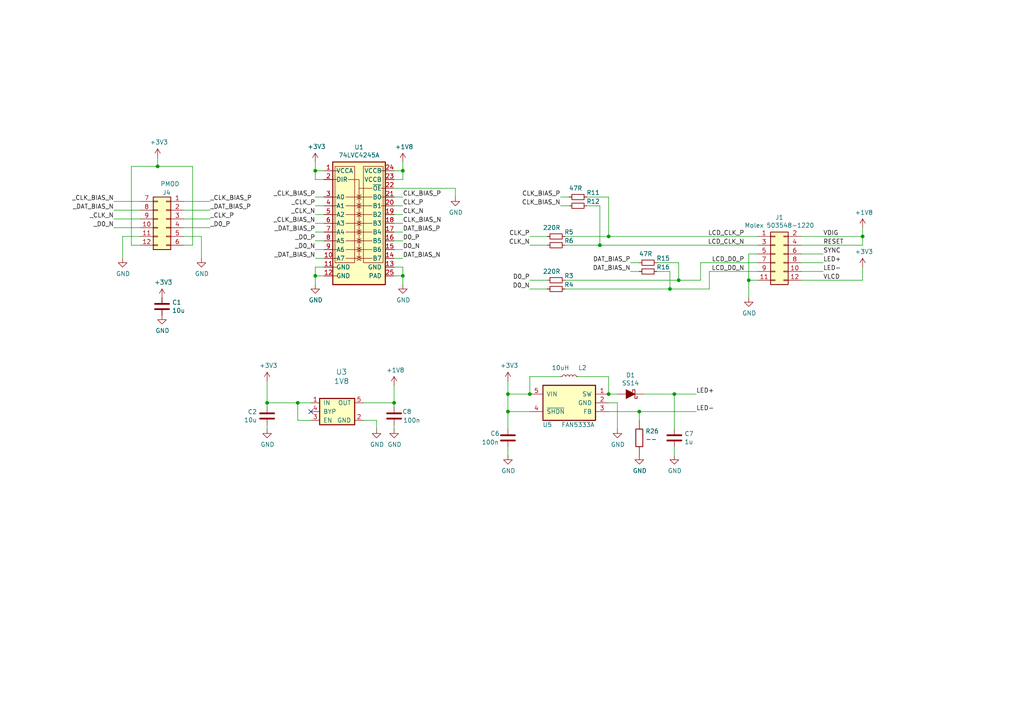
<source format=kicad_sch>
(kicad_sch (version 20230121) (generator eeschema)
  (paper "A4")
  (title_block (title "iCEBreaker PMOD - MIPI iPod 6 display") (date "2018-11-11") (rev "V1.0a") (company "GsD") (comment 1 "2018 (C) Greg Davill<greg.davill@gmail.com>") (comment 3 "License: CC-BY-SA 4.0"))
  (lib_symbols
    (symbol "Connector_Generic:Conn_02x06_Top_Bottom" (pin_names (offset 1.016) hide)
      (property "Reference" "J" (at 1.27 7.62 0))
      (property "Value" "Conn_02x06_Top_Bottom" (at 1.27 -10.16 0))
      (symbol "Conn_02x06_Top_Bottom_1_1"
        (rectangle (start -1.27 -7.493) (end 0 -7.747) (stroke (width 0.1524)))
        (rectangle (start -1.27 -4.953) (end 0 -5.207) (stroke (width 0.1524)))
        (rectangle (start -1.27 -2.413) (end 0 -2.667) (stroke (width 0.1524)))
        (rectangle (start -1.27 0.127) (end 0 -0.127) (stroke (width 0.1524)))
        (rectangle (start -1.27 2.667) (end 0 2.413) (stroke (width 0.1524)))
        (rectangle (start -1.27 5.207) (end 0 4.953) (stroke (width 0.1524)))
        (rectangle (start -1.27 6.35) (end 3.81 -8.89) (stroke (width 0.254)) (fill (type background)))
        (rectangle (start 3.81 -7.493) (end 2.54 -7.747) (stroke (width 0.1524)))
        (rectangle (start 3.81 -4.953) (end 2.54 -5.207) (stroke (width 0.1524)))
        (rectangle (start 3.81 -2.413) (end 2.54 -2.667) (stroke (width 0.1524)))
        (rectangle (start 3.81 0.127) (end 2.54 -0.127) (stroke (width 0.1524)))
        (rectangle (start 3.81 2.667) (end 2.54 2.413) (stroke (width 0.1524)))
        (rectangle (start 3.81 5.207) (end 2.54 4.953) (stroke (width 0.1524)))
        (pin passive line (at -5.08 5.08 0) (length 3.81) (name "Pin_1") (number "1"))
        (pin passive line (at 7.62 -2.54 180) (length 3.81) (name "Pin_10") (number "10"))
        (pin passive line (at 7.62 -5.08 180) (length 3.81) (name "Pin_11") (number "11"))
        (pin passive line (at 7.62 -7.62 180) (length 3.81) (name "Pin_12") (number "12"))
        (pin passive line (at -5.08 2.54 0) (length 3.81) (name "Pin_2") (number "2"))
        (pin passive line (at -5.08 0 0) (length 3.81) (name "Pin_3") (number "3"))
        (pin passive line (at -5.08 -2.54 0) (length 3.81) (name "Pin_4") (number "4"))
        (pin passive line (at -5.08 -5.08 0) (length 3.81) (name "Pin_5") (number "5"))
        (pin passive line (at -5.08 -7.62 0) (length 3.81) (name "Pin_6") (number "6"))
        (pin passive line (at 7.62 5.08 180) (length 3.81) (name "Pin_7") (number "7"))
        (pin passive line (at 7.62 2.54 180) (length 3.81) (name "Pin_8") (number "8"))
        (pin passive line (at 7.62 0 180) (length 3.81) (name "Pin_9") (number "9"))
      )
    )
    (symbol "mipi-ip7-display-rescue:+1V8-power" (power) (pin_names (offset 0))
      (property "Value" "+1V8-power" (at 0 3.556 0))
      (symbol "+1V8-power_0_1"
        (polyline (pts (xy -0.762 1.27) (xy 0 2.54)))
        (polyline (pts (xy 0 0) (xy 0 2.54)))
        (polyline (pts (xy 0 2.54) (xy 0.762 1.27)))
      )
      (symbol "+1V8-power_1_1"
        (pin power_in line (at 0 0 90) (length 0) hide (name "+1V8") (number "1"))
      )
    )
    (symbol "mipi-ip7-display-rescue:+3V3-power" (power) (pin_names (offset 0))
      (property "Value" "+3V3-power" (at 0 3.556 0))
      (symbol "+3V3-power_0_1"
        (polyline (pts (xy -0.762 1.27) (xy 0 2.54)))
        (polyline (pts (xy 0 0) (xy 0 2.54)))
        (polyline (pts (xy 0 2.54) (xy 0.762 1.27)))
      )
      (symbol "+3V3-power_1_1"
        (pin power_in line (at 0 0 90) (length 0) hide (name "+3V3") (number "1"))
      )
    )
    (symbol "mipi-ip7-display-rescue:74LVC4245A-pkl_misc" (pin_names (offset 1.016))
      (property "Reference" "U" (at 0 12.7 0))
      (property "Value" "pkl_misc:74LVC4245A" (at 0 10.16 0))
      (symbol "74LVC4245A-pkl_misc_0_1"
        (polyline (pts (xy -7.62 -24.13) (xy -6.35 -24.13)))
        (polyline (pts (xy -7.62 -21.59) (xy -6.35 -21.59)))
        (polyline (pts (xy -7.62 -13.97) (xy -6.35 -13.97)))
        (polyline (pts (xy -7.62 -11.43) (xy -6.35 -11.43)))
        (polyline (pts (xy -7.62 -8.89) (xy -6.35 -8.89)))
        (polyline (pts (xy -7.62 -6.35) (xy -6.35 -6.35)))
        (polyline (pts (xy -7.62 3.81) (xy -6.35 3.81)))
        (polyline (pts (xy -3.81 -1.27) (xy -0.635 -1.27)))
        (polyline (pts (xy 0 -1.27) (xy 0 -19.05)))
        (polyline (pts (xy 3.81 1.27) (xy 0 1.27)))
        (polyline (pts (xy 7.62 1.27) (xy 6.35 1.27)))
        (polyline (pts (xy -3.175 3.81) (xy 0 3.81) (xy 0 -1.27)))
      )
      (symbol "74LVC4245A-pkl_misc_1_1"
        (rectangle (start -7.62 8.89) (end 7.62 -26.67) (stroke (width 0.3302)) (fill (type background)))
        (rectangle (start -6.985 7.62) (end -1.27 -20.32))
        (polyline (pts (xy -7.62 -16.51) (xy -6.35 -16.51)))
        (polyline (pts (xy -7.62 -3.81) (xy -6.35 -3.81)))
        (polyline (pts (xy -7.62 -1.27) (xy -6.35 -1.27)))
        (polyline (pts (xy -7.62 6.35) (xy -6.35 6.35)))
        (polyline (pts (xy -6.35 -19.05) (xy -7.62 -19.05)))
        (polyline (pts (xy -0.635 -19.05) (xy -3.81 -19.05)))
        (polyline (pts (xy -0.635 -16.51) (xy -3.81 -16.51)))
        (polyline (pts (xy -0.635 -13.97) (xy -3.81 -13.97)))
        (polyline (pts (xy -0.635 -11.43) (xy -3.81 -11.43)))
        (polyline (pts (xy -0.635 -8.89) (xy -3.81 -8.89)))
        (polyline (pts (xy -0.635 -6.35) (xy -3.81 -6.35)))
        (polyline (pts (xy -0.635 -3.81) (xy -3.81 -3.81)))
        (polyline (pts (xy 0.635 -19.05) (xy 3.81 -19.05)))
        (polyline (pts (xy 0.635 -16.51) (xy 3.81 -16.51)))
        (polyline (pts (xy 0.635 -13.97) (xy 3.81 -13.97)))
        (polyline (pts (xy 0.635 -11.43) (xy 3.81 -11.43)))
        (polyline (pts (xy 0.635 -8.89) (xy 3.81 -8.89)))
        (polyline (pts (xy 0.635 -6.35) (xy 3.81 -6.35)))
        (polyline (pts (xy 0.635 -3.81) (xy 3.81 -3.81)))
        (polyline (pts (xy 0.635 -1.27) (xy 3.81 -1.27)))
        (polyline (pts (xy 7.62 -3.81) (xy 6.35 -3.81)))
        (polyline (pts (xy 7.62 -1.27) (xy 6.35 -1.27)))
        (polyline (pts (xy 7.62 6.35) (xy 6.35 6.35)))
        (polyline (pts (xy -0.635 -18.415) (xy 0.635 -19.05) (xy -0.635 -19.685)))
        (polyline (pts (xy -0.635 -15.875) (xy 0.635 -16.51) (xy -0.635 -17.145)))
        (polyline (pts (xy -0.635 -13.335) (xy 0.635 -13.97) (xy -0.635 -14.605)))
        (polyline (pts (xy -0.635 -10.795) (xy 0.635 -11.43) (xy -0.635 -12.065)))
        (polyline (pts (xy -0.635 -8.255) (xy 0.635 -8.89) (xy -0.635 -9.525)))
        (polyline (pts (xy -0.635 -5.715) (xy 0.635 -6.35) (xy -0.635 -6.985)))
        (polyline (pts (xy -0.635 -3.175) (xy 0.635 -3.81) (xy -0.635 -4.445)))
        (polyline (pts (xy -0.635 -0.635) (xy 0.635 -1.27) (xy -0.635 -1.905)))
        (polyline (pts (xy 0.635 -18.415) (xy -0.635 -19.05) (xy 0.635 -19.685)))
        (polyline (pts (xy 0.635 -15.875) (xy -0.635 -16.51) (xy 0.635 -17.145)))
        (polyline (pts (xy 0.635 -13.335) (xy -0.635 -13.97) (xy 0.635 -14.605)))
        (polyline (pts (xy 0.635 -10.795) (xy -0.635 -11.43) (xy 0.635 -12.065)))
        (polyline (pts (xy 0.635 -8.255) (xy -0.635 -8.89) (xy 0.635 -9.525)))
        (polyline (pts (xy 0.635 -5.715) (xy -0.635 -6.35) (xy 0.635 -6.985)))
        (polyline (pts (xy 0.635 -3.175) (xy -0.635 -3.81) (xy 0.635 -4.445)))
        (polyline (pts (xy 0.635 -0.635) (xy -0.635 -1.27) (xy 0.635 -1.905)))
        (rectangle (start 1.27 -20.32) (end 6.985 7.62))
        (pin passive line (at -10.16 6.35 0) (length 2.54) (name "VCCA") (number "1"))
        (pin passive line (at -10.16 -19.05 0) (length 2.54) (name "A7") (number "10"))
        (pin passive line (at -10.16 -21.59 0) (length 2.54) (name "GND") (number "11"))
        (pin passive line (at -10.16 -24.13 0) (length 2.54) (name "GND") (number "12"))
        (pin passive line (at 10.16 -21.59 180) (length 2.54) (name "GND") (number "13"))
        (pin passive line (at 10.16 -19.05 180) (length 2.54) (name "B7") (number "14"))
        (pin passive line (at 10.16 -16.51 180) (length 2.54) (name "B6") (number "15"))
        (pin passive line (at 10.16 -13.97 180) (length 2.54) (name "B5") (number "16"))
        (pin passive line (at 10.16 -11.43 180) (length 2.54) (name "B4") (number "17"))
        (pin passive line (at 10.16 -8.89 180) (length 2.54) (name "B3") (number "18"))
        (pin passive line (at 10.16 -6.35 180) (length 2.54) (name "B2") (number "19"))
        (pin passive line (at -10.16 3.81 0) (length 2.54) (name "DIR") (number "2"))
        (pin passive line (at 10.16 -3.81 180) (length 2.54) (name "B1") (number "20"))
        (pin passive line (at 10.16 -1.27 180) (length 2.54) (name "B0") (number "21"))
        (pin passive line (at 10.16 1.27 180) (length 2.54) (name "~{OE}") (number "22"))
        (pin passive line (at 10.16 3.81 180) (length 2.54) (name "VCCB") (number "23"))
        (pin passive line (at 10.16 6.35 180) (length 2.54) (name "VCCB") (number "24"))
        (pin passive line (at 10.16 -24.13 180) (length 2.54) (name "PAD") (number "25"))
        (pin passive line (at -10.16 -1.27 0) (length 2.54) (name "A0") (number "3"))
        (pin passive line (at -10.16 -3.81 0) (length 2.54) (name "A1") (number "4"))
        (pin passive line (at -10.16 -6.35 0) (length 2.54) (name "A2") (number "5"))
        (pin passive line (at -10.16 -8.89 0) (length 2.54) (name "A3") (number "6"))
        (pin passive line (at -10.16 -11.43 0) (length 2.54) (name "A4") (number "7"))
        (pin passive line (at -10.16 -13.97 0) (length 2.54) (name "A5") (number "8"))
        (pin passive line (at -10.16 -16.51 0) (length 2.54) (name "A6") (number "9"))
      )
    )
    (symbol "mipi-ip7-display-rescue:Conn_02x06_Odd_Even-conn" (pin_names (offset 1.016) hide)
      (property "Reference" "J" (at 1.27 7.62 0))
      (property "Value" "conn:Conn_02x06_Odd_Even" (at 1.27 -10.16 0))
      (symbol "Conn_02x06_Odd_Even-conn_1_1"
        (rectangle (start -1.27 -7.493) (end 0 -7.747) (stroke (width 0.1524)))
        (rectangle (start -1.27 -4.953) (end 0 -5.207) (stroke (width 0.1524)))
        (rectangle (start -1.27 -2.413) (end 0 -2.667) (stroke (width 0.1524)))
        (rectangle (start -1.27 0.127) (end 0 -0.127) (stroke (width 0.1524)))
        (rectangle (start -1.27 2.667) (end 0 2.413) (stroke (width 0.1524)))
        (rectangle (start -1.27 5.207) (end 0 4.953) (stroke (width 0.1524)))
        (rectangle (start -1.27 6.35) (end 3.81 -8.89) (stroke (width 0.254)) (fill (type background)))
        (rectangle (start 3.81 -7.493) (end 2.54 -7.747) (stroke (width 0.1524)))
        (rectangle (start 3.81 -4.953) (end 2.54 -5.207) (stroke (width 0.1524)))
        (rectangle (start 3.81 -2.413) (end 2.54 -2.667) (stroke (width 0.1524)))
        (rectangle (start 3.81 0.127) (end 2.54 -0.127) (stroke (width 0.1524)))
        (rectangle (start 3.81 2.667) (end 2.54 2.413) (stroke (width 0.1524)))
        (rectangle (start 3.81 5.207) (end 2.54 4.953) (stroke (width 0.1524)))
        (pin passive line (at -5.08 5.08 0) (length 3.81) (name "Pin_1") (number "1"))
        (pin passive line (at 7.62 -5.08 180) (length 3.81) (name "Pin_10") (number "10"))
        (pin passive line (at -5.08 -7.62 0) (length 3.81) (name "Pin_11") (number "11"))
        (pin passive line (at 7.62 -7.62 180) (length 3.81) (name "Pin_12") (number "12"))
        (pin passive line (at 7.62 5.08 180) (length 3.81) (name "Pin_2") (number "2"))
        (pin passive line (at -5.08 2.54 0) (length 3.81) (name "Pin_3") (number "3"))
        (pin passive line (at 7.62 2.54 180) (length 3.81) (name "Pin_4") (number "4"))
        (pin passive line (at -5.08 0 0) (length 3.81) (name "Pin_5") (number "5"))
        (pin passive line (at 7.62 0 180) (length 3.81) (name "Pin_6") (number "6"))
        (pin passive line (at -5.08 -2.54 0) (length 3.81) (name "Pin_7") (number "7"))
        (pin passive line (at 7.62 -2.54 180) (length 3.81) (name "Pin_8") (number "8"))
        (pin passive line (at -5.08 -5.08 0) (length 3.81) (name "Pin_9") (number "9"))
      )
    )
    (symbol "mipi-ip7-display-rescue:D_Schottky_ALT-device" (pin_numbers hide) (pin_names (offset 1.016) hide)
      (property "Reference" "D" (at 0 2.54 0))
      (property "Value" "device:D_Schottky_ALT" (at 0 -2.54 0))
      (symbol "D_Schottky_ALT-device_0_1"
        (polyline (pts (xy 1.27 0) (xy -1.27 0)))
        (polyline (pts (xy 1.27 1.27) (xy 1.27 -1.27) (xy -1.27 0) (xy 1.27 1.27)) (stroke (width 0.2032)) (fill (type outline)))
        (polyline (pts (xy -1.905 0.635) (xy -1.905 1.27) (xy -1.27 1.27) (xy -1.27 -1.27) (xy -0.635 -1.27) (xy -0.635 -0.635)) (stroke (width 0.2032)))
      )
      (symbol "D_Schottky_ALT-device_1_1"
        (pin passive line (at -3.81 0 0) (length 2.54) (name "K") (number "1"))
        (pin passive line (at 3.81 0 180) (length 2.54) (name "A") (number "2"))
      )
    )
    (symbol "mipi-ip7-display-rescue:FAN5333A-pkl_device" (pin_names (offset 1.016))
      (property "Reference" "U" (at 0 8.89 0))
      (property "Value" "pkl_device:FAN5333A" (at 0 6.35 0))
      (symbol "FAN5333A-pkl_device_0_1"
        (rectangle (start -7.62 5.08) (end 7.62 -5.08) (stroke (width 0.3302)) (fill (type background)))
      )
      (symbol "FAN5333A-pkl_device_1_1"
        (pin input line (at -11.43 2.54 0) (length 3.81) (name "SW") (number "1"))
        (pin input line (at -11.43 0 0) (length 3.81) (name "GND") (number "2"))
        (pin input line (at -11.43 -2.54 0) (length 3.81) (name "FB") (number "3"))
        (pin input line (at 11.43 -2.54 180) (length 3.81) (name "~{SHDN}") (number "4"))
        (pin input line (at 11.43 2.54 180) (length 3.81) (name "VIN") (number "5"))
      )
    )
    (symbol "mipi-ip7-display-rescue:GND-power" (power) (pin_names (offset 0))
      (property "Value" "GND-power" (at 0 -3.81 0))
      (symbol "GND-power_0_1"
        (polyline (pts (xy 0 0) (xy 0 -1.27) (xy 1.27 -1.27) (xy 0 -2.54) (xy -1.27 -1.27) (xy 0 -1.27)))
      )
      (symbol "GND-power_1_1"
        (pin power_in line (at 0 0 270) (length 0) hide (name "GND") (number "1"))
      )
    )
    (symbol "mipi-ip7-display-rescue:pkl_C-pkl_device" (pin_numbers hide) (pin_names (offset 0.254))
      (property "Reference" "C" (at 0.635 2.54 0))
      (property "Value" "pkl_device:pkl_C" (at 0.635 -2.54 0))
      (symbol "pkl_C-pkl_device_0_1"
        (polyline (pts (xy -2.032 -0.762) (xy 2.032 -0.762)) (stroke (width 0.508)))
        (polyline (pts (xy -2.032 0.762) (xy 2.032 0.762)) (stroke (width 0.508)))
      )
      (symbol "pkl_C-pkl_device_1_1"
        (pin passive line (at 0 2.54 270) (length 1.524) (name "~") (number "1"))
        (pin passive line (at 0 -2.54 90) (length 1.524) (name "~") (number "2"))
      )
    )
    (symbol "mipi-ip7-display-rescue:pkl_L_Small-pkl_device" (pin_numbers hide) (pin_names (offset 0) hide)
      (property "Reference" "L" (at 1.524 1.27 0))
      (property "Value" "pkl_device:pkl_L_Small" (at 1.524 -1.27 0))
      (symbol "pkl_L_Small-pkl_device_0_1"
        (arc (start 0 -2.032) (mid 0.5058 -1.524) (end 0 -1.016))
        (arc (start 0 -1.016) (mid 0.5058 -0.508) (end 0 0))
        (arc (start 0 0) (mid 0.5058 0.508) (end 0 1.016))
        (arc (start 0 1.016) (mid 0.5058 1.524) (end 0 2.032))
      )
      (symbol "pkl_L_Small-pkl_device_1_1"
        (pin input line (at 0 -2.54 90) (length 0.508) (name "1") (number "1"))
        (pin input line (at 0 2.54 270) (length 0.508) (name "2") (number "2"))
      )
    )
    (symbol "mipi-ip7-display-rescue:pkl_R-pkl_device" (pin_numbers hide) (pin_names (offset 0))
      (property "Reference" "R" (at 2.032 0 90))
      (property "Value" "pkl_device:pkl_R" (at 0 0 90))
      (symbol "pkl_R-pkl_device_0_1"
        (rectangle (start -1.016 -2.54) (end 1.016 2.54) (stroke (width 0.254)))
      )
      (symbol "pkl_R-pkl_device_1_1"
        (pin passive line (at 0 5.08 270) (length 2.54) (name "~") (number "1"))
        (pin passive line (at 0 -5.08 90) (length 2.54) (name "~") (number "2"))
      )
    )
    (symbol "mipi-ip7-display-rescue:pkl_R_Small-pkl_device" (pin_numbers hide) (pin_names (offset 0.254) hide)
      (property "Reference" "R" (at 0.762 0.508 0))
      (property "Value" "pkl_device:pkl_R_Small" (at 0.762 -1.016 0))
      (symbol "pkl_R_Small-pkl_device_0_1"
        (rectangle (start -0.762 1.778) (end 0.762 -1.778) (stroke (width 0.2032)))
      )
      (symbol "pkl_R_Small-pkl_device_1_1"
        (pin passive line (at 0 2.54 270) (length 0.762) (name "~") (number "1"))
        (pin passive line (at 0 -2.54 90) (length 0.762) (name "~") (number "2"))
      )
    )
    (symbol "mipi-ip7-display-rescue:pkl_VREG_5PIN_FIXED-pkl_device" (pin_names (offset 1.016))
      (property "Reference" "U" (at -3.81 -5.08 0))
      (property "Value" "pkl_device:pkl_VREG_5PIN_FIXED" (at 0 5.08 0))
      (symbol "pkl_VREG_5PIN_FIXED-pkl_device_0_1"
        (rectangle (start -5.08 3.81) (end 5.08 -3.81) (stroke (width 0.3302)) (fill (type background)))
      )
      (symbol "pkl_VREG_5PIN_FIXED-pkl_device_1_1"
        (pin power_in line (at -7.62 2.54 0) (length 2.54) (name "IN") (number "1"))
        (pin power_in line (at 7.62 -2.54 180) (length 2.54) (name "GND") (number "2"))
        (pin input line (at -7.62 -2.54 0) (length 2.54) (name "EN") (number "3"))
        (pin power_out line (at -7.62 0 0) (length 2.54) (name "BYP") (number "4"))
        (pin power_out line (at 7.62 2.54 180) (length 2.54) (name "OUT") (number "5"))
      )
    )
  )
  (junction (at 77.47 116.84))
  (junction (at 250.19 68.58))
  (junction (at 194.31 83.82))
  (junction (at 176.53 114.3))
  (junction (at 147.32 114.3))
  (junction (at 147.32 119.38))
  (junction (at 86.36 116.84))
  (junction (at 114.3 116.84))
  (junction (at 116.84 80.01))
  (junction (at 185.42 119.38))
  (junction (at 173.99 71.12))
  (junction (at 153.67 114.3))
  (junction (at 91.44 80.01))
  (junction (at 91.44 49.53))
  (junction (at 176.53 68.58))
  (junction (at 217.17 81.28))
  (junction (at 116.84 49.53))
  (junction (at 196.85 81.28))
  (junction (at 45.72 48.26))
  (junction (at 195.58 114.3))
  (no_connect (at 90.17 119.38))
  (wire (pts (xy 53.34 71.12) (xy 55.88 71.12)))
  (wire (pts (xy 116.84 49.53) (xy 116.84 46.99)))
  (wire (pts (xy 250.19 81.28) (xy 250.19 77.47)))
  (wire (pts (xy 176.53 57.15) (xy 176.53 68.58)))
  (wire (pts (xy 90.17 121.92) (xy 86.36 121.92)))
  (wire (pts (xy 165.1 59.69) (xy 162.56 59.69)))
  (wire (pts (xy 114.3 49.53) (xy 116.84 49.53)))
  (wire (pts (xy 114.3 72.39) (xy 116.84 72.39)))
  (wire (pts (xy 91.44 49.53) (xy 91.44 46.99)))
  (wire (pts (xy 114.3 116.84) (xy 114.3 111.76)))
  (wire (pts (xy 232.41 71.12) (xy 250.19 71.12)))
  (wire (pts (xy 190.5 76.2) (xy 196.85 76.2)))
  (wire (pts (xy 185.42 121.92) (xy 185.42 119.38)))
  (wire (pts (xy 114.3 54.61) (xy 132.08 54.61)))
  (wire (pts (xy 114.3 59.69) (xy 116.84 59.69)))
  (wire (pts (xy 109.22 121.92) (xy 109.22 124.46)))
  (wire (pts (xy 153.67 109.22) (xy 162.56 109.22)))
  (wire (pts (xy 190.5 78.74) (xy 194.31 78.74)))
  (wire (pts (xy 195.58 114.3) (xy 201.93 114.3)))
  (wire (pts (xy 53.34 60.96) (xy 60.96 60.96)))
  (wire (pts (xy 176.53 68.58) (xy 219.71 68.58)))
  (wire (pts (xy 132.08 54.61) (xy 132.08 57.15)))
  (wire (pts (xy 167.64 109.22) (xy 176.53 109.22)))
  (wire (pts (xy 195.58 132.08) (xy 195.58 129.54)))
  (wire (pts (xy 93.98 52.07) (xy 91.44 52.07)))
  (wire (pts (xy 219.71 81.28) (xy 217.17 81.28)))
  (wire (pts (xy 176.53 116.84) (xy 179.07 116.84)))
  (wire (pts (xy 153.67 119.38) (xy 147.32 119.38)))
  (wire (pts (xy 194.31 78.74) (xy 194.31 83.82)))
  (wire (pts (xy 176.53 114.3) (xy 179.07 114.3)))
  (wire (pts (xy 250.19 71.12) (xy 250.19 68.58)))
  (wire (pts (xy 158.75 68.58) (xy 153.67 68.58)))
  (wire (pts (xy 116.84 77.47) (xy 116.84 80.01)))
  (wire (pts (xy 185.42 78.74) (xy 182.88 78.74)))
  (wire (pts (xy 114.3 80.01) (xy 116.84 80.01)))
  (wire (pts (xy 232.41 81.28) (xy 250.19 81.28)))
  (wire (pts (xy 93.98 72.39) (xy 91.44 72.39)))
  (wire (pts (xy 217.17 73.66) (xy 217.17 81.28)))
  (wire (pts (xy 194.31 83.82) (xy 205.74 83.82)))
  (wire (pts (xy 114.3 67.31) (xy 116.84 67.31)))
  (wire (pts (xy 105.41 116.84) (xy 114.3 116.84)))
  (wire (pts (xy 195.58 124.46) (xy 195.58 114.3)))
  (wire (pts (xy 93.98 67.31) (xy 91.44 67.31)))
  (wire (pts (xy 116.84 52.07) (xy 116.84 49.53)))
  (wire (pts (xy 114.3 69.85) (xy 116.84 69.85)))
  (wire (pts (xy 40.64 63.5) (xy 33.02 63.5)))
  (wire (pts (xy 179.07 116.84) (xy 179.07 124.46)))
  (wire (pts (xy 153.67 114.3) (xy 153.67 109.22)))
  (wire (pts (xy 40.64 58.42) (xy 33.02 58.42)))
  (wire (pts (xy 219.71 76.2) (xy 203.2 76.2)))
  (wire (pts (xy 114.3 57.15) (xy 116.84 57.15)))
  (wire (pts (xy 91.44 80.01) (xy 91.44 82.55)))
  (wire (pts (xy 86.36 121.92) (xy 86.36 116.84)))
  (wire (pts (xy 45.72 45.72) (xy 45.72 48.26)))
  (wire (pts (xy 205.74 78.74) (xy 219.71 78.74)))
  (wire (pts (xy 40.64 68.58) (xy 35.56 68.58)))
  (wire (pts (xy 114.3 123.19) (xy 114.3 124.46)))
  (wire (pts (xy 114.3 64.77) (xy 116.84 64.77)))
  (wire (pts (xy 219.71 73.66) (xy 217.17 73.66)))
  (wire (pts (xy 176.53 119.38) (xy 185.42 119.38)))
  (wire (pts (xy 163.83 81.28) (xy 196.85 81.28)))
  (wire (pts (xy 40.64 66.04) (xy 33.02 66.04)))
  (wire (pts (xy 147.32 129.54) (xy 147.32 132.08)))
  (wire (pts (xy 93.98 59.69) (xy 91.44 59.69)))
  (wire (pts (xy 93.98 62.23) (xy 91.44 62.23)))
  (wire (pts (xy 40.64 71.12) (xy 38.1 71.12)))
  (wire (pts (xy 158.75 83.82) (xy 153.67 83.82)))
  (wire (pts (xy 114.3 77.47) (xy 116.84 77.47)))
  (wire (pts (xy 77.47 116.84) (xy 77.47 110.49)))
  (wire (pts (xy 217.17 81.28) (xy 217.17 86.36)))
  (wire (pts (xy 53.34 68.58) (xy 58.42 68.58)))
  (wire (pts (xy 35.56 68.58) (xy 35.56 74.93)))
  (wire (pts (xy 114.3 52.07) (xy 116.84 52.07)))
  (wire (pts (xy 40.64 60.96) (xy 33.02 60.96)))
  (wire (pts (xy 114.3 74.93) (xy 116.84 74.93)))
  (wire (pts (xy 147.32 119.38) (xy 147.32 124.46)))
  (wire (pts (xy 53.34 58.42) (xy 60.96 58.42)))
  (wire (pts (xy 93.98 69.85) (xy 91.44 69.85)))
  (wire (pts (xy 38.1 48.26) (xy 38.1 71.12)))
  (wire (pts (xy 53.34 63.5) (xy 60.96 63.5)))
  (wire (pts (xy 147.32 114.3) (xy 147.32 119.38)))
  (wire (pts (xy 93.98 80.01) (xy 91.44 80.01)))
  (wire (pts (xy 173.99 71.12) (xy 219.71 71.12)))
  (wire (pts (xy 232.41 78.74) (xy 238.76 78.74)))
  (wire (pts (xy 45.72 48.26) (xy 38.1 48.26)))
  (wire (pts (xy 158.75 81.28) (xy 153.67 81.28)))
  (wire (pts (xy 196.85 81.28) (xy 203.2 81.28)))
  (wire (pts (xy 232.41 73.66) (xy 238.76 73.66)))
  (wire (pts (xy 105.41 121.92) (xy 109.22 121.92)))
  (wire (pts (xy 163.83 68.58) (xy 176.53 68.58)))
  (wire (pts (xy 173.99 59.69) (xy 173.99 71.12)))
  (wire (pts (xy 185.42 119.38) (xy 201.93 119.38)))
  (wire (pts (xy 90.17 116.84) (xy 86.36 116.84)))
  (wire (pts (xy 170.18 57.15) (xy 176.53 57.15)))
  (wire (pts (xy 203.2 76.2) (xy 203.2 81.28)))
  (wire (pts (xy 58.42 68.58) (xy 58.42 74.93)))
  (wire (pts (xy 153.67 114.3) (xy 147.32 114.3)))
  (wire (pts (xy 114.3 62.23) (xy 116.84 62.23)))
  (wire (pts (xy 165.1 57.15) (xy 162.56 57.15)))
  (wire (pts (xy 147.32 114.3) (xy 147.32 110.49)))
  (wire (pts (xy 186.69 114.3) (xy 195.58 114.3)))
  (wire (pts (xy 196.85 76.2) (xy 196.85 81.28)))
  (wire (pts (xy 116.84 80.01) (xy 116.84 82.55)))
  (wire (pts (xy 158.75 71.12) (xy 153.67 71.12)))
  (wire (pts (xy 163.83 71.12) (xy 173.99 71.12)))
  (wire (pts (xy 93.98 74.93) (xy 91.44 74.93)))
  (wire (pts (xy 93.98 57.15) (xy 91.44 57.15)))
  (wire (pts (xy 91.44 77.47) (xy 91.44 80.01)))
  (wire (pts (xy 114.3 118.11) (xy 114.3 116.84)))
  (wire (pts (xy 55.88 48.26) (xy 45.72 48.26)))
  (wire (pts (xy 93.98 77.47) (xy 91.44 77.47)))
  (wire (pts (xy 77.47 118.11) (xy 77.47 116.84)))
  (wire (pts (xy 250.19 68.58) (xy 250.19 66.04)))
  (wire (pts (xy 91.44 52.07) (xy 91.44 49.53)))
  (wire (pts (xy 176.53 109.22) (xy 176.53 114.3)))
  (wire (pts (xy 170.18 59.69) (xy 173.99 59.69)))
  (wire (pts (xy 93.98 49.53) (xy 91.44 49.53)))
  (wire (pts (xy 77.47 123.19) (xy 77.47 124.46)))
  (wire (pts (xy 205.74 83.82) (xy 205.74 78.74)))
  (wire (pts (xy 93.98 64.77) (xy 91.44 64.77)))
  (wire (pts (xy 232.41 76.2) (xy 238.76 76.2)))
  (wire (pts (xy 53.34 66.04) (xy 60.96 66.04)))
  (wire (pts (xy 55.88 48.26) (xy 55.88 71.12)))
  (wire (pts (xy 163.83 83.82) (xy 194.31 83.82)))
  (wire (pts (xy 232.41 68.58) (xy 250.19 68.58)))
  (wire (pts (xy 86.36 116.84) (xy 77.47 116.84)))
  (wire (pts (xy 185.42 76.2) (xy 182.88 76.2)))
  (label "_D0_N" (at 91.44 72.39 180))
  (label "CLK_N" (at 153.67 71.12 180))
  (label "SYNC" (at 238.76 73.66 0))
  (label "VDIG" (at 238.76 68.58 0))
  (label "CLK_BIAS_N" (at 162.56 59.69 180))
  (label "LED-" (at 201.93 119.38 0))
  (label "D0_N" (at 153.67 83.82 180))
  (label "_D0_P" (at 60.96 66.04 0))
  (label "_DAT_BIAS_N" (at 33.02 60.96 180))
  (label "_DAT_BIAS_N" (at 91.44 74.93 180))
  (label "DAT_BIAS_N" (at 182.88 78.74 180))
  (label "_CLK_BIAS_N" (at 33.02 58.42 180))
  (label "LED-" (at 238.76 78.74 0))
  (label "_D0_N" (at 33.02 66.04 180))
  (label "CLK_BIAS_N" (at 116.84 64.77 0))
  (label "_CLK_N" (at 91.44 62.23 180))
  (label "LCD_D0_N" (at 215.9 78.74 180))
  (label "D0_P" (at 116.84 69.85 0))
  (label "_DAT_BIAS_P" (at 91.44 67.31 180))
  (label "LED+" (at 238.76 76.2 0))
  (label "LCD_CLK_P" (at 215.9 68.58 180))
  (label "DAT_BIAS_N" (at 116.84 74.93 0))
  (label "CLK_P" (at 116.84 59.69 0))
  (label "_CLK_BIAS_P" (at 60.96 58.42 0))
  (label "_CLK_P" (at 60.96 63.5 0))
  (label "CLK_BIAS_P" (at 116.84 57.15 0))
  (label "_CLK_P" (at 91.44 59.69 180))
  (label "CLK_N" (at 116.84 62.23 0))
  (label "CLK_P" (at 153.67 68.58 180))
  (label "CLK_BIAS_P" (at 162.56 57.15 180))
  (label "DAT_BIAS_P" (at 116.84 67.31 0))
  (label "LCD_CLK_N" (at 215.9 71.12 180))
  (label "_DAT_BIAS_P" (at 60.96 60.96 0))
  (label "LCD_D0_P" (at 215.9 76.2 180))
  (label "DAT_BIAS_P" (at 182.88 76.2 180))
  (label "D0_N" (at 116.84 72.39 0))
  (label "_CLK_N" (at 33.02 63.5 180))
  (label "_D0_P" (at 91.44 69.85 180))
  (label "VLCD" (at 238.76 81.28 0))
  (label "D0_P" (at 153.67 81.28 180))
  (label "_CLK_BIAS_N" (at 91.44 64.77 180))
  (label "_CLK_BIAS_P" (at 91.44 57.15 180))
  (label "LED+" (at 201.93 114.3 0))
  (label "RESET" (at 238.76 71.12 0))
  (symbol (lib_id "mipi-ip7-display-rescue:GND-power") (at 58.42 74.93 0) (unit 1)
    (property "Reference" "#PWR0105" (effects hide))
    (property "Value" "GND" (at 58.547 79.4004 0))
  )
  (symbol (lib_id "mipi-ip7-display-rescue:GND-power") (at 35.56 74.93 0) (unit 1)
    (property "Reference" "#PWR0106" (effects hide))
    (property "Value" "GND" (at 35.687 79.4004 0))
  )
  (symbol (lib_id "Connector_Generic:Conn_02x06_Top_Bottom") (at 48.26 63.5 0) (mirror y) (unit 1)
    (property "Reference" "J4" (at 49.53 55.88 0) (effects (justify left)))
    (property "Value" "PMOD" (at 52.07 53.34 0) (effects (justify left)))
    (property "Footprint" "pkl_connectors:PMODHeader_2x06_P2.54mm_Horizontal" (effects hide))
    (property "Source" "ANY" (effects hide))
  )
  (symbol (lib_id "mipi-ip7-display-rescue:+3V3-power") (at 45.72 45.72 0) (unit 1)
    (property "Reference" "#PWR0102" (effects hide))
    (property "Value" "+3V3" (at 46.101 41.2496 0))
  )
  (symbol (lib_id "mipi-ip7-display-rescue:pkl_C-pkl_device") (at 46.99 88.9 0) (unit 1)
    (property "Reference" "C1" (at 49.911 87.7062 0) (effects (justify left)))
    (property "Value" "10u" (at 49.911 90.0684 0) (effects (justify left)))
    (property "Footprint" "pkl_dipol:C_0603" (effects hide))
    (property "Key" "cap-cer-0603-10u" (effects hide))
    (property "Source" "ANY" (effects hide))
  )
  (symbol (lib_id "mipi-ip7-display-rescue:+3V3-power") (at 46.99 86.36 0) (unit 1)
    (property "Reference" "#PWR0103" (effects hide))
    (property "Value" "+3V3" (at 47.371 81.8896 0))
  )
  (symbol (lib_id "mipi-ip7-display-rescue:GND-power") (at 46.99 91.44 0) (unit 1)
    (property "Reference" "#PWR0104" (effects hide))
    (property "Value" "GND" (at 47.117 95.9104 0))
  )
  (symbol (lib_id "mipi-ip7-display-rescue:FAN5333A-pkl_device") (at 165.1 116.84 0) (mirror y) (unit 1)
    (property "Reference" "U5" (at 158.75 123.19 0))
    (property "Value" "FAN5333A" (at 167.64 123.19 0))
    (property "Footprint" "pkl_housings_sot:SOT-23-5" (effects hide))
  )
  (symbol (lib_id "mipi-ip7-display-rescue:pkl_C-pkl_device") (at 77.47 120.65 0) (mirror y) (unit 1)
    (property "Reference" "C2" (at 74.549 119.4562 0) (effects (justify left)))
    (property "Value" "10u" (at 74.549 121.8184 0) (effects (justify left)))
    (property "Footprint" "pkl_dipol:C_0603" (effects hide))
    (property "Key" "cap-cer-0603-10u" (effects hide))
    (property "Source" "ANY" (effects hide))
  )
  (symbol (lib_id "mipi-ip7-display-rescue:pkl_R_Small-pkl_device") (at 161.29 68.58 270) (unit 1)
    (property "Reference" "R5" (at 166.37 67.31 90) (effects (justify right)))
    (property "Value" "220R" (at 162.56 66.04 90) (effects (justify right)))
    (property "Footprint" "pkl_dipol:R_0402" (effects hide))
    (property "Key" "res-0402-10k" (effects hide))
  )
  (symbol (lib_id "mipi-ip7-display-rescue:pkl_R_Small-pkl_device") (at 161.29 71.12 270) (unit 1)
    (property "Reference" "R6" (at 166.37 69.85 90) (effects (justify right)))
    (property "Value" "220R" (effects hide))
    (property "Footprint" "pkl_dipol:R_0402" (effects hide))
    (property "Key" "res-0402-10k" (effects hide))
  )
  (symbol (lib_id "mipi-ip7-display-rescue:pkl_R_Small-pkl_device") (at 167.64 57.15 270) (unit 1)
    (property "Reference" "R11" (at 173.99 55.88 90) (effects (justify right)))
    (property "Value" "47R" (at 168.91 54.61 90) (effects (justify right)))
    (property "Footprint" "pkl_dipol:R_0402" (effects hide))
    (property "Key" "res-0402-10k" (effects hide))
  )
  (symbol (lib_id "mipi-ip7-display-rescue:pkl_R_Small-pkl_device") (at 167.64 59.69 270) (unit 1)
    (property "Reference" "R12" (at 173.99 58.42 90) (effects (justify right)))
    (property "Value" "47R" (effects hide))
    (property "Footprint" "pkl_dipol:R_0402" (effects hide))
    (property "Key" "res-0402-10k" (effects hide))
  )
  (symbol (lib_id "mipi-ip7-display-rescue:pkl_R_Small-pkl_device") (at 161.29 81.28 270) (unit 1)
    (property "Reference" "R3" (at 166.37 80.01 90) (effects (justify right)))
    (property "Value" "220R" (at 162.56 78.74 90) (effects (justify right)))
    (property "Footprint" "pkl_dipol:R_0402" (effects hide))
    (property "Key" "res-0402-10k" (effects hide))
  )
  (symbol (lib_id "mipi-ip7-display-rescue:pkl_R_Small-pkl_device") (at 161.29 83.82 270) (unit 1)
    (property "Reference" "R4" (at 166.37 82.55 90) (effects (justify right)))
    (property "Value" "220R" (effects hide))
    (property "Footprint" "pkl_dipol:R_0402" (effects hide))
    (property "Key" "res-0402-10k" (effects hide))
  )
  (symbol (lib_id "mipi-ip7-display-rescue:74LVC4245A-pkl_misc") (at 104.14 55.88 0) (unit 1)
    (property "Reference" "U1" (at 104.14 42.6974 0))
    (property "Value" "74LVC4245A" (at 104.14 45.0088 0))
    (property "Footprint" "pkl_housings_dfn_qfn:DHVQFN-24-1EP_5.5x3.5mm_P0.5mm" (effects hide))
  )
  (symbol (lib_id "mipi-ip7-display-rescue:pkl_R_Small-pkl_device") (at 187.96 76.2 270) (unit 1)
    (property "Reference" "R15" (at 194.31 74.93 90) (effects (justify right)))
    (property "Value" "47R" (at 189.23 73.66 90) (effects (justify right)))
    (property "Footprint" "pkl_dipol:R_0402" (effects hide))
    (property "Key" "res-0402-10k" (effects hide))
  )
  (symbol (lib_id "mipi-ip7-display-rescue:pkl_R_Small-pkl_device") (at 187.96 78.74 270) (unit 1)
    (property "Reference" "R16" (at 194.31 77.47 90) (effects (justify right)))
    (property "Value" "47R" (effects hide))
    (property "Footprint" "pkl_dipol:R_0402" (effects hide))
    (property "Key" "res-0402-10k" (effects hide))
  )
  (symbol (lib_id "mipi-ip7-display-rescue:GND-power") (at 132.08 57.15 0) (unit 1)
    (property "Reference" "#PWR0110" (effects hide))
    (property "Value" "GND" (at 132.207 61.6204 0))
  )
  (symbol (lib_id "mipi-ip7-display-rescue:Conn_02x06_Odd_Even-conn") (at 224.79 73.66 0) (unit 1)
    (property "Reference" "J1" (at 226.06 63.0682 0))
    (property "Value" "Molex 503548-1220" (at 226.06 65.3796 0))
  )
  (symbol (lib_id "mipi-ip7-display-rescue:GND-power") (at 185.42 132.08 0) (unit 1)
    (property "Reference" "#PWR0115" (effects hide))
    (property "Value" "GND" (at 185.547 136.5504 0))
  )
  (symbol (lib_id "mipi-ip7-display-rescue:GND-power") (at 217.17 86.36 0) (unit 1)
    (property "Reference" "#PWR0101" (effects hide))
    (property "Value" "GND" (at 217.297 90.8304 0))
  )
  (symbol (lib_id "mipi-ip7-display-rescue:+3V3-power") (at 91.44 46.99 0) (unit 1)
    (property "Reference" "#PWR0121" (effects hide))
    (property "Value" "+3V3" (at 91.821 42.5196 0))
  )
  (symbol (lib_id "mipi-ip7-display-rescue:+1V8-power") (at 116.84 46.99 0) (unit 1)
    (property "Reference" "#PWR0122" (effects hide))
    (property "Value" "+1V8" (at 117.221 42.5958 0))
  )
  (symbol (lib_id "mipi-ip7-display-rescue:GND-power") (at 91.44 82.55 0) (unit 1)
    (property "Reference" "#PWR0123" (effects hide))
    (property "Value" "GND" (at 91.567 87.0204 0))
  )
  (symbol (lib_id "mipi-ip7-display-rescue:GND-power") (at 116.84 82.55 0) (unit 1)
    (property "Reference" "#PWR0124" (effects hide))
    (property "Value" "GND" (at 116.967 87.0204 0))
  )
  (symbol (lib_id "mipi-ip7-display-rescue:GND-power") (at 77.47 124.46 0) (unit 1)
    (property "Reference" "#PWR0107" (effects hide))
    (property "Value" "GND" (at 77.597 128.9304 0))
  )
  (symbol (lib_id "mipi-ip7-display-rescue:+1V8-power") (at 250.19 66.04 0) (unit 1)
    (property "Reference" "#PWR0108" (effects hide))
    (property "Value" "+1V8" (at 250.571 61.6458 0))
  )
  (symbol (lib_id "mipi-ip7-display-rescue:+3V3-power") (at 250.19 77.47 0) (unit 1)
    (property "Reference" "#PWR0109" (effects hide))
    (property "Value" "+3V3" (at 250.571 72.9996 0))
  )
  (symbol (lib_id "mipi-ip7-display-rescue:+3V3-power") (at 147.32 110.49 0) (unit 1)
    (property "Reference" "#PWR0112" (effects hide))
    (property "Value" "+3V3" (at 147.701 106.0196 0))
  )
  (symbol (lib_id "mipi-ip7-display-rescue:pkl_C-pkl_device") (at 147.32 127 0) (unit 1)
    (property "Reference" "C6" (at 142.24 125.73 0) (effects (justify left)))
    (property "Value" "100n" (at 139.7 128.27 0) (effects (justify left)))
    (property "Footprint" "pkl_dipol:C_0402" (effects hide))
    (property "Key" "cap-cer-0402-100n" (effects hide))
    (property "Source" "ANY" (effects hide))
  )
  (symbol (lib_id "mipi-ip7-display-rescue:pkl_L_Small-pkl_device") (at 165.1 109.22 90) (unit 1)
    (property "Reference" "L2" (at 168.91 106.68 90))
    (property "Value" "10uH" (at 162.56 106.68 90))
    (property "Footprint" "pkl_dipol:L_0603" (effects hide))
  )
  (symbol (lib_id "mipi-ip7-display-rescue:D_Schottky_ALT-device") (at 182.88 114.3 180) (unit 1)
    (property "Reference" "D1" (at 182.88 108.8136 0))
    (property "Value" "SS14" (at 182.88 111.125 0))
    (property "Footprint" "pkl_dipol:L_0603" (effects hide))
  )
  (symbol (lib_id "mipi-ip7-display-rescue:pkl_R-pkl_device") (at 185.42 127 0) (unit 1)
    (property "Reference" "R26" (at 187.198 125.0696 0) (effects (justify left)))
    (property "Value" "--" (at 187.198 127.381 0) (effects (justify left)))
    (property "Footprint" "pkl_dipol:R_0402" (effects hide))
  )
  (symbol (lib_id "mipi-ip7-display-rescue:GND-power") (at 179.07 124.46 0) (unit 1)
    (property "Reference" "#PWR0113" (effects hide))
    (property "Value" "GND" (at 179.197 128.9304 0))
  )
  (symbol (lib_id "mipi-ip7-display-rescue:GND-power") (at 147.32 132.08 0) (unit 1)
    (property "Reference" "#PWR0114" (effects hide))
    (property "Value" "GND" (at 147.447 136.5504 0))
  )
  (symbol (lib_id "mipi-ip7-display-rescue:pkl_C-pkl_device") (at 195.58 127 0) (unit 1)
    (property "Reference" "C7" (at 198.501 125.8062 0) (effects (justify left)))
    (property "Value" "1u" (at 198.501 128.1684 0) (effects (justify left)))
    (property "Footprint" "pkl_dipol:C_0603" (effects hide))
    (property "Key" "cap-cer-0603-10u" (effects hide))
    (property "Source" "ANY" (effects hide))
  )
  (symbol (lib_id "mipi-ip7-display-rescue:GND-power") (at 195.58 132.08 0) (unit 1)
    (property "Reference" "#PWR0116" (effects hide))
    (property "Value" "GND" (at 195.707 136.5504 0))
  )
  (symbol (lib_id "mipi-ip7-display-rescue:pkl_VREG_5PIN_FIXED-pkl_device") (at 97.79 119.38 0) (unit 1)
    (property "Reference" "U3" (at 99.06 107.8738 0) (effects (font (size 1.524 1.524))))
    (property "Value" "1V8" (at 99.06 110.5662 0) (effects (font (size 1.524 1.524))))
    (property "Footprint" "pkl_housings_sot:SOT-23-5" (effects hide))
  )
  (symbol (lib_id "mipi-ip7-display-rescue:+3V3-power") (at 77.47 110.49 0) (unit 1)
    (property "Reference" "#PWR0117" (effects hide))
    (property "Value" "+3V3" (at 77.851 106.0196 0))
  )
  (symbol (lib_id "mipi-ip7-display-rescue:+1V8-power") (at 114.3 111.76 0) (unit 1)
    (property "Reference" "#PWR0118" (effects hide))
    (property "Value" "+1V8" (at 114.681 107.3658 0))
  )
  (symbol (lib_id "mipi-ip7-display-rescue:pkl_C-pkl_device") (at 114.3 120.65 0) (mirror y) (unit 1)
    (property "Reference" "C8" (at 119.38 119.38 0) (effects (justify left)))
    (property "Value" "100n" (at 121.92 121.92 0) (effects (justify left)))
    (property "Footprint" "pkl_dipol:C_0402" (effects hide))
    (property "Key" "cap-cer-0402-100n" (effects hide))
    (property "Source" "ANY" (effects hide))
  )
  (symbol (lib_id "mipi-ip7-display-rescue:GND-power") (at 114.3 124.46 0) (unit 1)
    (property "Reference" "#PWR0119" (effects hide))
    (property "Value" "GND" (at 114.427 128.9304 0))
  )
  (symbol (lib_id "mipi-ip7-display-rescue:GND-power") (at 109.22 124.46 0) (unit 1)
    (property "Reference" "#PWR0120" (effects hide))
    (property "Value" "GND" (at 109.347 128.9304 0))
  )
)
</source>
